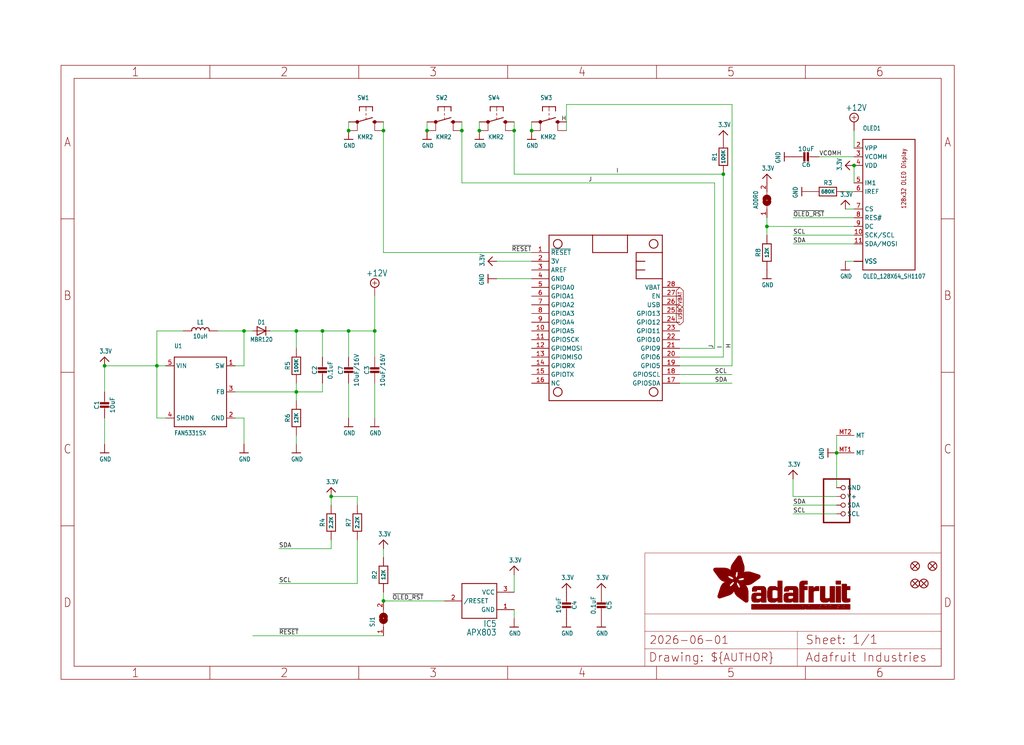
<source format=kicad_sch>
(kicad_sch (version 20231120) (generator "eeschema") (generator_version "8.0")
  (paper "User" 298.45 217.322)
  (lib_symbols
    (symbol "Adafruit 128x64 OLED FeatherWing-eagle-import:+12V" (power)
      (symbol "+12V_1_0"
        (pin power_in line (at 0 -2.54 90) (length 2.54) (name "+12V") (number "1"))
      )
    )
    (symbol "Adafruit 128x64 OLED FeatherWing-eagle-import:3.3V" (power)
      (symbol "3.3V_1_0"
        (pin power_in line (at 0 -2.54 90) (length 2.54) (name "3.3V") (number "1"))
      )
    )
    (symbol "Adafruit 128x64 OLED FeatherWing-eagle-import:AXP083-SAG"
      (property "Reference" "IC" (at -5.08 -7.62 0))
      (symbol "AXP083-SAG_1_0"
        (pin power_in line (at -10.16 -2.54 0) (length 5.08) (name "GND") (number "1"))
        (pin output line (at 10.16 0 180) (length 5.08) (name "/RESET") (number "2"))
        (pin power_in line (at -10.16 2.54 0) (length 5.08) (name "VCC") (number "3"))
      )
    )
    (symbol "Adafruit 128x64 OLED FeatherWing-eagle-import:CAP_CERAMIC0603_NO"
      (property "Reference" "C" (at -2.29 1.25 90))
      (symbol "CAP_CERAMIC0603_NO_1_0"
        (pin passive line (at 0 5.08 270) (length 2.54) (name "1") (number "1"))
        (pin passive line (at 0 -2.54 90) (length 2.54) (name "2") (number "2"))
      )
    )
    (symbol "Adafruit 128x64 OLED FeatherWing-eagle-import:CAP_CERAMIC0805-NOOUTLINE"
      (property "Reference" "C" (at -2.29 1.25 90))
      (symbol "CAP_CERAMIC0805-NOOUTLINE_1_0"
        (pin passive line (at 0 5.08 270) (length 2.54) (name "1") (number "1"))
        (pin passive line (at 0 -2.54 90) (length 2.54) (name "2") (number "2"))
      )
    )
    (symbol "Adafruit 128x64 OLED FeatherWing-eagle-import:DIODESOD-123"
      (property "Reference" "D" (at 0 2.54 0))
      (symbol "DIODESOD-123_1_0"
        (pin passive line (at -2.54 0 0) (length 2.54) (name "A") (number "A"))
        (pin passive line (at 2.54 0 180) (length 2.54) (name "C") (number "C"))
      )
    )
    (symbol "Adafruit 128x64 OLED FeatherWing-eagle-import:FEATHERWING_NODIM"
      (symbol "FEATHERWING_NODIM_1_0"
        (pin input line (at 5.08 -5.08 90) (length 5.08) (name "~{RESET}") (number "1"))
        (pin bidirectional line (at 27.94 -5.08 90) (length 5.08) (name "GPIOA5") (number "10"))
        (pin bidirectional line (at 30.48 -5.08 90) (length 5.08) (name "GPIOSCK") (number "11"))
        (pin bidirectional line (at 33.02 -5.08 90) (length 5.08) (name "GPIOMOSI") (number "12"))
        (pin bidirectional line (at 35.56 -5.08 90) (length 5.08) (name "GPIOMISO") (number "13"))
        (pin bidirectional line (at 38.1 -5.08 90) (length 5.08) (name "GPIORX") (number "14"))
        (pin bidirectional line (at 40.64 -5.08 90) (length 5.08) (name "GPIOTX") (number "15"))
        (pin passive line (at 43.18 -5.08 90) (length 5.08) (name "NC") (number "16"))
        (pin bidirectional line (at 43.18 38.1 270) (length 5.08) (name "GPIOSDA") (number "17"))
        (pin bidirectional line (at 40.64 38.1 270) (length 5.08) (name "GPIOSCL") (number "18"))
        (pin bidirectional line (at 38.1 38.1 270) (length 5.08) (name "GPIO5") (number "19"))
        (pin power_in line (at 7.62 -5.08 90) (length 5.08) (name "3V") (number "2"))
        (pin bidirectional line (at 35.56 38.1 270) (length 5.08) (name "GPIO6") (number "20"))
        (pin bidirectional line (at 33.02 38.1 270) (length 5.08) (name "GPIO9") (number "21"))
        (pin bidirectional line (at 30.48 38.1 270) (length 5.08) (name "GPIO10") (number "22"))
        (pin bidirectional line (at 27.94 38.1 270) (length 5.08) (name "GPIO11") (number "23"))
        (pin bidirectional line (at 25.4 38.1 270) (length 5.08) (name "GPIO12") (number "24"))
        (pin bidirectional line (at 22.86 38.1 270) (length 5.08) (name "GPIO13") (number "25"))
        (pin power_in line (at 20.32 38.1 270) (length 5.08) (name "USB") (number "26"))
        (pin passive line (at 17.78 38.1 270) (length 5.08) (name "EN") (number "27"))
        (pin power_in line (at 15.24 38.1 270) (length 5.08) (name "VBAT") (number "28"))
        (pin passive line (at 10.16 -5.08 90) (length 5.08) (name "AREF") (number "3"))
        (pin power_in line (at 12.7 -5.08 90) (length 5.08) (name "GND") (number "4"))
        (pin bidirectional line (at 15.24 -5.08 90) (length 5.08) (name "GPIOA0") (number "5"))
        (pin bidirectional line (at 17.78 -5.08 90) (length 5.08) (name "GPIOA1") (number "6"))
        (pin bidirectional line (at 20.32 -5.08 90) (length 5.08) (name "GPIOA2") (number "7"))
        (pin bidirectional line (at 22.86 -5.08 90) (length 5.08) (name "GPIOA3") (number "8"))
        (pin bidirectional line (at 25.4 -5.08 90) (length 5.08) (name "GPIOA4") (number "9"))
      )
    )
    (symbol "Adafruit 128x64 OLED FeatherWing-eagle-import:FIDUCIAL_1MM")
    (symbol "Adafruit 128x64 OLED FeatherWing-eagle-import:FRAME_A4_ADAFRUIT"
      (symbol "FRAME_A4_ADAFRUIT_1_0"
        (text "${#}/${##}" (at 230.505 10.16 0) (effects (font (size 2.54 2.54)) (justify left bottom)))
        (text "${AUTHOR}" (at 189.23 5.08 0) (effects (font (size 2.286 2.286)) (justify left bottom)))
        (text "${CURRENT_DATE}" (at 171.45 10.16 0) (effects (font (size 2.286 2.286)) (justify left bottom)))
        (text "${PROJECTNAME}" (at 171.45 15.24 0) (effects (font (size 2.54 2.54)) (justify left bottom)))
        (text "1" (at 21.6958 1.905 0) (effects (font (size 2.54 2.286))))
        (text "1" (at 21.6958 177.165 0) (effects (font (size 2.54 2.286))))
        (text "2" (at 65.0875 1.905 0) (effects (font (size 2.54 2.286))))
        (text "2" (at 65.0875 177.165 0) (effects (font (size 2.54 2.286))))
        (text "3" (at 108.4792 1.905 0) (effects (font (size 2.54 2.286))))
        (text "3" (at 108.4792 177.165 0) (effects (font (size 2.54 2.286))))
        (text "4" (at 151.8708 1.905 0) (effects (font (size 2.54 2.286))))
        (text "4" (at 151.8708 177.165 0) (effects (font (size 2.54 2.286))))
        (text "5" (at 195.2625 1.905 0) (effects (font (size 2.54 2.286))))
        (text "5" (at 195.2625 177.165 0) (effects (font (size 2.54 2.286))))
        (text "6" (at 238.6542 1.905 0) (effects (font (size 2.54 2.286))))
        (text "6" (at 238.6542 177.165 0) (effects (font (size 2.54 2.286))))
        (text "A" (at 1.905 156.6863 0) (effects (font (size 2.54 2.286))))
        (text "A" (at 258.445 156.6863 0) (effects (font (size 2.54 2.286))))
        (text "Adafruit Industries" (at 216.916 4.953 0) (effects (font (size 2.54 2.54)) (justify left bottom)))
        (text "B" (at 1.905 111.9188 0) (effects (font (size 2.54 2.286))))
        (text "B" (at 258.445 111.9188 0) (effects (font (size 2.54 2.286))))
        (text "C" (at 1.905 67.1513 0) (effects (font (size 2.54 2.286))))
        (text "C" (at 258.445 67.1513 0) (effects (font (size 2.54 2.286))))
        (text "D" (at 1.905 22.3838 0) (effects (font (size 2.54 2.286))))
        (text "D" (at 258.445 22.3838 0) (effects (font (size 2.54 2.286))))
        (text "Drawing:" (at 171.196 4.953 0) (effects (font (size 2.54 2.54)) (justify left bottom)))
        (text "Sheet:" (at 216.916 10.033 0) (effects (font (size 2.54 2.54)) (justify left bottom)))
      )
    )
    (symbol "Adafruit 128x64 OLED FeatherWing-eagle-import:GND" (power)
      (symbol "GND_1_0"
        (pin power_in line (at 0 2.54 270) (length 2.54) (name "GND") (number "1"))
      )
    )
    (symbol "Adafruit 128x64 OLED FeatherWing-eagle-import:INDUCTOR"
      (property "Reference" "L" (at 0 2.54 0))
      (symbol "INDUCTOR_1_0"
        (pin passive line (at -5.08 0 0) (length 2.54) (name "1") (number "P$1"))
        (pin passive line (at 5.08 0 180) (length 2.54) (name "2") (number "P$2"))
      )
    )
    (symbol "Adafruit 128x64 OLED FeatherWing-eagle-import:OLED_128X64_SH1107"
      (property "Reference" "OLED" (at -7.62 22.86 0))
      (symbol "OLED_128X64_SH1107_1_0"
        (text "128x32 OLED Display" (at 5.08 0 900) (effects (font (size 1.27 1.0795)) (justify left bottom)))
        (pin power_in line (at -10.16 -15.24 0) (length 2.54) (name "VSS") (number "1"))
        (pin input line (at -10.16 -7.62 0) (length 2.54) (name "SCK/SCL") (number "10"))
        (pin input line (at -10.16 -10.16 0) (length 2.54) (name "SDA/MOSI") (number "11"))
        (pin power_in line (at -10.16 -15.24 0) (length 2.54) (name "VSS") (number "12"))
        (pin power_in line (at -10.16 -15.24 0) (length 2.54) (name "VSS") (number "13"))
        (pin power_in line (at -10.16 17.78 0) (length 2.54) (name "VPP") (number "2"))
        (pin power_in line (at -10.16 15.24 0) (length 2.54) (name "VCOMH") (number "3"))
        (pin power_in line (at -10.16 12.7 0) (length 2.54) (name "VDD") (number "4"))
        (pin input line (at -10.16 7.62 0) (length 2.54) (name "IM1") (number "5"))
        (pin bidirectional line (at -10.16 5.08 0) (length 2.54) (name "IREF") (number "6"))
        (pin input line (at -10.16 0 0) (length 2.54) (name "CS") (number "7"))
        (pin input line (at -10.16 -2.54 0) (length 2.54) (name "RES#") (number "8"))
        (pin input line (at -10.16 -5.08 0) (length 2.54) (name "DC") (number "9"))
      )
    )
    (symbol "Adafruit 128x64 OLED FeatherWing-eagle-import:RESISTOR_0603_NOOUT"
      (property "Reference" "R" (at 0 2.54 0))
      (symbol "RESISTOR_0603_NOOUT_1_0"
        (pin passive line (at -5.08 0 0) (length 2.54) (name "1") (number "1"))
        (pin passive line (at 5.08 0 180) (length 2.54) (name "2") (number "2"))
      )
    )
    (symbol "Adafruit 128x64 OLED FeatherWing-eagle-import:SOLDERJUMPER"
      (property "Reference" "SJ" (at -2.54 2.54 0))
      (symbol "SOLDERJUMPER_1_0"
        (pin passive line (at -5.08 0 0) (length 2.54) (name "1") (number "1"))
        (pin passive line (at 5.08 0 180) (length 2.54) (name "2") (number "2"))
      )
    )
    (symbol "Adafruit 128x64 OLED FeatherWing-eagle-import:SOLDERJUMPERCLOSED"
      (property "Reference" "SJ" (at -2.54 2.54 0))
      (symbol "SOLDERJUMPERCLOSED_1_0"
        (pin passive line (at -5.08 0 0) (length 2.54) (name "1") (number "1"))
        (pin passive line (at 5.08 0 180) (length 2.54) (name "2") (number "2"))
      )
    )
    (symbol "Adafruit 128x64 OLED FeatherWing-eagle-import:STEMMA_I2C_QT"
      (symbol "STEMMA_I2C_QT_1_0"
        (pin passive inverted (at 0 5.08 0) (length 2.54) (name "GND") (number "1"))
        (pin passive inverted (at 0 2.54 0) (length 2.54) (name "V+") (number "2"))
        (pin passive inverted (at 0 0 0) (length 2.54) (name "SDA") (number "3"))
        (pin passive inverted (at 0 -2.54 0) (length 2.54) (name "SCL") (number "4"))
      )
      (symbol "STEMMA_I2C_QT_2_0"
        (pin bidirectional line (at 0 0 0) (length 5.08) (name "MT") (number "MT1"))
      )
      (symbol "STEMMA_I2C_QT_3_0"
        (pin bidirectional line (at 0 0 0) (length 5.08) (name "MT") (number "MT2"))
      )
    )
    (symbol "Adafruit 128x64 OLED FeatherWing-eagle-import:SWITCH_TACT_SMT4.6X2.8"
      (property "Reference" "SW" (at -2.54 6.35 0))
      (symbol "SWITCH_TACT_SMT4.6X2.8_1_0"
        (pin passive line (at -5.08 0 0) (length 2.54) (name "P") (number "A"))
        (pin passive line (at -5.08 -2.54 0) (length 2.54) (name "P1") (number "A'"))
        (pin passive line (at 5.08 0 180) (length 2.54) (name "S") (number "B"))
        (pin passive line (at 5.08 -2.54 180) (length 2.54) (name "S1") (number "B'"))
      )
    )
    (symbol "Adafruit 128x64 OLED FeatherWing-eagle-import:VREG_FAN5331"
      (property "Reference" "U" (at -7.62 12.7 0))
      (symbol "VREG_FAN5331_1_0"
        (pin bidirectional line (at 10.16 7.62 180) (length 2.54) (name "SW") (number "1"))
        (pin bidirectional line (at 10.16 -7.62 180) (length 2.54) (name "GND") (number "2"))
        (pin bidirectional line (at 10.16 0 180) (length 2.54) (name "FB") (number "3"))
        (pin bidirectional line (at -10.16 -7.62 0) (length 2.54) (name "SHDN") (number "4"))
        (pin bidirectional line (at -10.16 7.62 0) (length 2.54) (name "VIN") (number "5"))
      )
    )
  )
  (junction (at 223.52 66.04))
  (junction (at 93.98 96.52))
  (junction (at 124.46 38.1))
  (junction (at 86.36 114.3))
  (junction (at 45.72 106.68))
  (junction (at 139.7 38.1))
  (junction (at 243.84 132.08))
  (junction (at 111.76 175.26))
  (junction (at 149.86 38.1))
  (junction (at 86.36 96.52))
  (junction (at 71.12 96.52))
  (junction (at 111.76 38.1))
  (junction (at 101.6 38.1))
  (junction (at 30.48 106.68))
  (junction (at 101.6 96.52))
  (junction (at 96.52 144.78))
  (junction (at 134.62 38.1))
  (junction (at 210.82 50.8))
  (junction (at 248.92 48.26))
  (junction (at 109.22 96.52))
  (junction (at 154.94 38.1))
  (wire (pts (xy 104.14 147.32) (xy 104.14 144.78)) (stroke (width 0.1524)))
  (wire (pts (xy 45.72 106.68) (xy 45.72 96.52)) (stroke (width 0.1524)))
  (wire (pts (xy 111.76 175.26) (xy 111.76 172.72)) (stroke (width 0.1524)))
  (wire (pts (xy 86.36 114.3) (xy 93.98 114.3)) (stroke (width 0.1524)))
  (wire (pts (xy 96.52 147.32) (xy 96.52 144.78)) (stroke (width 0.1524)))
  (wire (pts (xy 111.76 38.1) (xy 111.76 73.66)) (stroke (width 0.1524)))
  (wire (pts (xy 111.76 162.56) (xy 111.76 160.02)) (stroke (width 0.1524)))
  (wire (pts (xy 101.6 96.52) (xy 101.6 104.14)) (stroke (width 0.1524)))
  (wire (pts (xy 149.86 172.72) (xy 149.86 167.64)) (stroke (width 0.1524)))
  (wire (pts (xy 243.84 132.08) (xy 243.84 142.24)) (stroke (width 0.1524)))
  (wire (pts (xy 231.14 144.78) (xy 231.14 139.7)) (stroke (width 0.1524)))
  (wire (pts (xy 231.14 63.5) (xy 248.92 63.5)) (stroke (width 0.1524)))
  (wire (pts (xy 101.6 96.52) (xy 109.22 96.52)) (stroke (width 0.1524)))
  (wire (pts (xy 144.78 76.2) (xy 154.94 76.2)) (stroke (width 0.1524)))
  (wire (pts (xy 134.62 53.34) (xy 208.28 53.34)) (stroke (width 0.1524)))
  (wire (pts (xy 86.36 96.52) (xy 86.36 101.6)) (stroke (width 0.1524)))
  (wire (pts (xy 198.12 104.14) (xy 210.82 104.14)) (stroke (width 0.1524)))
  (wire (pts (xy 198.12 106.68) (xy 213.36 106.68)) (stroke (width 0.1524)))
  (wire (pts (xy 109.22 96.52) (xy 109.22 104.14)) (stroke (width 0.1524)))
  (wire (pts (xy 101.6 35.56) (xy 101.6 38.1)) (stroke (width 0.1524)))
  (wire (pts (xy 124.46 35.56) (xy 124.46 38.1)) (stroke (width 0.1524)))
  (wire (pts (xy 134.62 38.1) (xy 134.62 53.34)) (stroke (width 0.1524)))
  (wire (pts (xy 208.28 53.34) (xy 208.28 101.6)) (stroke (width 0.1524)))
  (wire (pts (xy 93.98 96.52) (xy 101.6 96.52)) (stroke (width 0.1524)))
  (wire (pts (xy 93.98 114.3) (xy 93.98 111.76)) (stroke (width 0.1524)))
  (wire (pts (xy 63.5 96.52) (xy 71.12 96.52)) (stroke (width 0.1524)))
  (wire (pts (xy 96.52 160.02) (xy 96.52 157.48)) (stroke (width 0.1524)))
  (wire (pts (xy 213.36 30.48) (xy 213.36 106.68)) (stroke (width 0.1524)))
  (wire (pts (xy 86.36 127) (xy 86.36 129.54)) (stroke (width 0.1524)))
  (wire (pts (xy 45.72 106.68) (xy 30.48 106.68)) (stroke (width 0.1524)))
  (wire (pts (xy 86.36 96.52) (xy 93.98 96.52)) (stroke (width 0.1524)))
  (wire (pts (xy 243.84 147.32) (xy 231.14 147.32)) (stroke (width 0.1524)))
  (wire (pts (xy 248.92 48.26) (xy 248.92 53.34)) (stroke (width 0.1524)))
  (wire (pts (xy 93.98 104.14) (xy 93.98 96.52)) (stroke (width 0.1524)))
  (wire (pts (xy 134.62 35.56) (xy 134.62 38.1)) (stroke (width 0.1524)))
  (wire (pts (xy 165.1 30.48) (xy 213.36 30.48)) (stroke (width 0.1524)))
  (wire (pts (xy 86.36 116.84) (xy 86.36 114.3)) (stroke (width 0.1524)))
  (wire (pts (xy 71.12 121.92) (xy 71.12 129.54)) (stroke (width 0.1524)))
  (wire (pts (xy 139.7 35.56) (xy 139.7 38.1)) (stroke (width 0.1524)))
  (wire (pts (xy 149.86 35.56) (xy 149.86 38.1)) (stroke (width 0.1524)))
  (wire (pts (xy 111.76 73.66) (xy 154.94 73.66)) (stroke (width 0.1524)))
  (wire (pts (xy 104.14 144.78) (xy 96.52 144.78)) (stroke (width 0.1524)))
  (wire (pts (xy 104.14 157.48) (xy 104.14 170.18)) (stroke (width 0.1524)))
  (wire (pts (xy 246.38 76.2) (xy 248.92 76.2)) (stroke (width 0.1524)))
  (wire (pts (xy 210.82 50.8) (xy 210.82 104.14)) (stroke (width 0.1524)))
  (wire (pts (xy 71.12 96.52) (xy 73.66 96.52)) (stroke (width 0.1524)))
  (wire (pts (xy 231.14 68.58) (xy 248.92 68.58)) (stroke (width 0.1524)))
  (wire (pts (xy 30.48 106.68) (xy 30.48 114.3)) (stroke (width 0.1524)))
  (wire (pts (xy 86.36 114.3) (xy 86.36 111.76)) (stroke (width 0.1524)))
  (wire (pts (xy 198.12 111.76) (xy 213.36 111.76)) (stroke (width 0.1524)))
  (wire (pts (xy 104.14 170.18) (xy 81.28 170.18)) (stroke (width 0.1524)))
  (wire (pts (xy 48.26 121.92) (xy 45.72 121.92)) (stroke (width 0.1524)))
  (wire (pts (xy 129.54 175.26) (xy 111.76 175.26)) (stroke (width 0.1524)))
  (wire (pts (xy 243.84 144.78) (xy 231.14 144.78)) (stroke (width 0.1524)))
  (wire (pts (xy 30.48 121.92) (xy 30.48 129.54)) (stroke (width 0.1524)))
  (wire (pts (xy 246.38 55.88) (xy 248.92 55.88)) (stroke (width 0.1524)))
  (wire (pts (xy 238.76 45.72) (xy 248.92 45.72)) (stroke (width 0.1524)))
  (wire (pts (xy 149.86 38.1) (xy 149.86 50.8)) (stroke (width 0.1524)))
  (wire (pts (xy 101.6 121.92) (xy 101.6 111.76)) (stroke (width 0.1524)))
  (wire (pts (xy 71.12 106.68) (xy 68.58 106.68)) (stroke (width 0.1524)))
  (wire (pts (xy 223.52 66.04) (xy 223.52 68.58)) (stroke (width 0.1524)))
  (wire (pts (xy 165.1 30.48) (xy 165.1 38.1)) (stroke (width 0.1524)))
  (wire (pts (xy 248.92 71.12) (xy 231.14 71.12)) (stroke (width 0.1524)))
  (wire (pts (xy 198.12 109.22) (xy 213.36 109.22)) (stroke (width 0.1524)))
  (wire (pts (xy 68.58 114.3) (xy 86.36 114.3)) (stroke (width 0.1524)))
  (wire (pts (xy 149.86 50.8) (xy 210.82 50.8)) (stroke (width 0.1524)))
  (wire (pts (xy 68.58 121.92) (xy 71.12 121.92)) (stroke (width 0.1524)))
  (wire (pts (xy 223.52 63.5) (xy 223.52 66.04)) (stroke (width 0.1524)))
  (wire (pts (xy 154.94 35.56) (xy 154.94 38.1)) (stroke (width 0.1524)))
  (wire (pts (xy 78.74 96.52) (xy 86.36 96.52)) (stroke (width 0.1524)))
  (wire (pts (xy 231.14 149.86) (xy 243.84 149.86)) (stroke (width 0.1524)))
  (wire (pts (xy 246.38 60.96) (xy 248.92 60.96)) (stroke (width 0.1524)))
  (wire (pts (xy 198.12 101.6) (xy 208.28 101.6)) (stroke (width 0.1524)))
  (wire (pts (xy 109.22 96.52) (xy 109.22 86.36)) (stroke (width 0.1524)))
  (wire (pts (xy 248.92 38.1) (xy 248.92 43.18)) (stroke (width 0.1524)))
  (wire (pts (xy 45.72 96.52) (xy 53.34 96.52)) (stroke (width 0.1524)))
  (wire (pts (xy 111.76 185.42) (xy 73.66 185.42)) (stroke (width 0.1524)))
  (wire (pts (xy 71.12 96.52) (xy 71.12 106.68)) (stroke (width 0.1524)))
  (wire (pts (xy 45.72 121.92) (xy 45.72 106.68)) (stroke (width 0.1524)))
  (wire (pts (xy 96.52 160.02) (xy 81.28 160.02)) (stroke (width 0.1524)))
  (wire (pts (xy 223.52 66.04) (xy 248.92 66.04)) (stroke (width 0.1524)))
  (wire (pts (xy 144.78 81.28) (xy 154.94 81.28)) (stroke (width 0.1524)))
  (wire (pts (xy 149.86 177.8) (xy 149.86 180.34)) (stroke (width 0.1524)))
  (wire (pts (xy 243.84 127) (xy 243.84 132.08)) (stroke (width 0.1524)))
  (wire (pts (xy 111.76 35.56) (xy 111.76 38.1)) (stroke (width 0.1524)))
  (wire (pts (xy 48.26 106.68) (xy 45.72 106.68)) (stroke (width 0.1524)))
  (wire (pts (xy 109.22 111.76) (xy 109.22 121.92)) (stroke (width 0.1524)))
  (label "~{RESET}" (at 81.28 185.42 0) (effects (font (size 1.2446 1.2446))))
  (label "H" (at 165.1 35.56 180) (effects (font (size 1.2446 1.2446))))
  (label "SCL" (at 81.28 170.18 0) (effects (font (size 1.2446 1.2446))))
  (label "I" (at 210.82 101.6 90) (effects (font (size 1.2446 1.2446))))
  (label "SCL" (at 231.14 149.86 0) (effects (font (size 1.2446 1.2446))))
  (label "SDA" (at 231.14 147.32 0) (effects (font (size 1.2446 1.2446))))
  (label "SCL" (at 231.14 68.58 0) (effects (font (size 1.2446 1.2446))))
  (label "SCL" (at 208.28 109.22 0) (effects (font (size 1.2446 1.2446))))
  (label "~{RESET}" (at 154.94 73.66 180) (effects (font (size 1.2446 1.2446))))
  (label "I" (at 180.34 50.8 180) (effects (font (size 1.2446 1.2446))))
  (label "~{OLED_RST}" (at 114.3 175.26 0) (effects (font (size 1.2446 1.2446))))
  (label "SDA" (at 81.28 160.02 0) (effects (font (size 1.2446 1.2446))))
  (label "H" (at 213.36 101.6 90) (effects (font (size 1.2446 1.2446))))
  (label "SDA" (at 231.14 71.12 0) (effects (font (size 1.2446 1.2446))))
  (label "~{OLED_RST}" (at 231.14 63.5 0) (effects (font (size 1.2446 1.2446))))
  (label "J" (at 208.28 101.6 90) (effects (font (size 1.2446 1.2446))))
  (label "VCOMH" (at 238.76 45.72 0) (effects (font (size 1.2446 1.2446))))
  (label "SDA" (at 208.28 111.76 0) (effects (font (size 1.2446 1.2446))))
  (label "J" (at 171.45 53.34 0) (effects (font (size 1.2446 1.2446))))
  (global_label "VBAT" (shape bidirectional) (at 198.12 83.82 270) (effects (font (size 1.016 1.016))) (property "Intersheetrefs" "${INTERSHEET_REFS}" (effects (hide yes))))
  (global_label "USB" (shape bidirectional) (at 198.12 88.9 270) (effects (font (size 1.016 1.016))) (property "Intersheetrefs" "${INTERSHEET_REFS}" (effects (hide yes))))
  (symbol (lib_id "Adafruit 128x64 OLED FeatherWing-eagle-import:CAP_CERAMIC0805-NOOUTLINE") (at 101.6 109.22 0) (unit 1)
    (property "Reference" "C7" (at 99.31 107.97 90))
    (property "Value" "10uF/16V" (at 103.9 107.97 90))
    (property "Footprint" "Adafruit 128x64 OLED FeatherWing:0805-NO" (effects (hide yes)))
  )
  (symbol (lib_id "Adafruit 128x64 OLED FeatherWing-eagle-import:VREG_FAN5331") (at 58.42 114.3 0) (unit 1)
    (property "Reference" "U1" (at 50.8 101.6 0) (effects (font (size 1.27 1.0795)) (justify left bottom)))
    (property "Value" "FAN5331SX" (at 50.8 127 0) (effects (font (size 1.27 1.0795)) (justify left bottom)))
    (property "Footprint" "Adafruit 128x64 OLED FeatherWing:SOT23-5" (effects (hide yes)))
  )
  (symbol (lib_id "Adafruit 128x64 OLED FeatherWing-eagle-import:GND") (at 175.26 182.88 0) (unit 1)
    (property "Reference" "#U$34" (effects (hide yes)))
    (property "Value" "GND" (at 173.736 185.42 0) (effects (font (size 1.27 1.0795)) (justify left bottom)))
  )
  (symbol (lib_id "Adafruit 128x64 OLED FeatherWing-eagle-import:GND") (at 228.6 45.72 270) (unit 1)
    (property "Reference" "#U$20" (effects (hide yes)))
    (property "Value" "GND" (at 226.06 44.196 0) (effects (font (size 1.27 1.0795)) (justify left bottom)))
  )
  (symbol (lib_id "Adafruit 128x64 OLED FeatherWing-eagle-import:RESISTOR_0603_NOOUT") (at 104.14 152.4 90) (unit 1)
    (property "Reference" "R7" (at 101.6 152.4 0))
    (property "Value" "2.2K" (at 104.14 152.4 0) (effects (font (size 1.016 1.016) (bold yes))))
    (property "Footprint" "Adafruit 128x64 OLED FeatherWing:0603-NO" (effects (hide yes)))
  )
  (symbol (lib_id "Adafruit 128x64 OLED FeatherWing-eagle-import:3.3V") (at 165.1 170.18 0) (unit 1)
    (property "Reference" "#U$22" (effects (hide yes)))
    (property "Value" "3.3V" (at 163.576 169.164 0) (effects (font (size 1.27 1.0795)) (justify left bottom)))
  )
  (symbol (lib_id "Adafruit 128x64 OLED FeatherWing-eagle-import:3.3V") (at 149.86 165.1 0) (unit 1)
    (property "Reference" "#U$31" (effects (hide yes)))
    (property "Value" "3.3V" (at 148.336 164.084 0) (effects (font (size 1.27 1.0795)) (justify left bottom)))
  )
  (symbol (lib_id "Adafruit 128x64 OLED FeatherWing-eagle-import:+12V") (at 109.22 83.82 0) (unit 1)
    (property "Reference" "#SUPPLY2" (effects (hide yes)))
    (property "Value" "+12V" (at 106.68 80.645 0) (effects (font (size 1.778 1.5113)) (justify left bottom)))
  )
  (symbol (lib_id "Adafruit 128x64 OLED FeatherWing-eagle-import:FIDUCIAL_1MM") (at 266.7 165.1 0) (unit 1)
    (property "Reference" "FID2" (effects (hide yes)))
    (property "Value" "FIDUCIAL_1MM" (effects (hide yes)))
    (property "Footprint" "Adafruit 128x64 OLED FeatherWing:FIDUCIAL_1MM" (effects (hide yes)))
  )
  (symbol (lib_id "Adafruit 128x64 OLED FeatherWing-eagle-import:GND") (at 139.7 40.64 0) (unit 1)
    (property "Reference" "#U$11" (effects (hide yes)))
    (property "Value" "GND" (at 138.176 43.18 0) (effects (font (size 1.27 1.0795)) (justify left bottom)))
  )
  (symbol (lib_id "Adafruit 128x64 OLED FeatherWing-eagle-import:GND") (at 165.1 182.88 0) (unit 1)
    (property "Reference" "#U$23" (effects (hide yes)))
    (property "Value" "GND" (at 163.576 185.42 0) (effects (font (size 1.27 1.0795)) (justify left bottom)))
  )
  (symbol (lib_id "Adafruit 128x64 OLED FeatherWing-eagle-import:AXP083-SAG") (at 139.7 175.26 0) (mirror y) (unit 1)
    (property "Reference" "IC5" (at 144.78 182.88 0) (effects (font (size 1.778 1.5113)) (justify left bottom)))
    (property "Value" "APX803" (at 144.78 185.42 0) (effects (font (size 1.778 1.5113)) (justify left bottom)))
    (property "Footprint" "Adafruit 128x64 OLED FeatherWing:SOT23" (effects (hide yes)))
  )
  (symbol (lib_id "Adafruit 128x64 OLED FeatherWing-eagle-import:STEMMA_I2C_QT") (at 243.84 147.32 0) (unit 1)
    (property "Reference" "CONN1" (effects (hide yes)))
    (property "Value" "STEMMA_I2C_QT" (effects (hide yes)))
    (property "Footprint" "Adafruit 128x64 OLED FeatherWing:JST_SH4" (effects (hide yes)))
  )
  (symbol (lib_id "Adafruit 128x64 OLED FeatherWing-eagle-import:STEMMA_I2C_QT") (at 243.84 127 0) (unit 3)
    (property "Reference" "CONN1" (effects (hide yes)))
    (property "Value" "STEMMA_I2C_QT" (effects (hide yes)))
    (property "Footprint" "Adafruit 128x64 OLED FeatherWing:JST_SH4" (effects (hide yes)))
  )
  (symbol (lib_id "Adafruit 128x64 OLED FeatherWing-eagle-import:RESISTOR_0603_NOOUT") (at 96.52 152.4 90) (unit 1)
    (property "Reference" "R4" (at 93.98 152.4 0))
    (property "Value" "2.2K" (at 96.52 152.4 0) (effects (font (size 1.016 1.016) (bold yes))))
    (property "Footprint" "Adafruit 128x64 OLED FeatherWing:0603-NO" (effects (hide yes)))
  )
  (symbol (lib_id "Adafruit 128x64 OLED FeatherWing-eagle-import:3.3V") (at 210.82 38.1 0) (unit 1)
    (property "Reference" "#U$3" (effects (hide yes)))
    (property "Value" "3.3V" (at 209.296 37.084 0) (effects (font (size 1.27 1.0795)) (justify left bottom)))
  )
  (symbol (lib_id "Adafruit 128x64 OLED FeatherWing-eagle-import:GND") (at 241.3 132.08 270) (unit 1)
    (property "Reference" "#U$29" (effects (hide yes)))
    (property "Value" "GND" (at 238.76 130.556 0) (effects (font (size 1.27 1.0795)) (justify left bottom)))
  )
  (symbol (lib_id "Adafruit 128x64 OLED FeatherWing-eagle-import:OLED_128X64_SH1107") (at 259.08 60.96 0) (unit 1)
    (property "Reference" "OLED1" (at 251.46 38.1 0) (effects (font (size 1.27 1.0795)) (justify left bottom)))
    (property "Value" "OLED_128X64_SH1107" (at 251.46 81.28 0) (effects (font (size 1.27 1.0795)) (justify left bottom)))
    (property "Footprint" "Adafruit 128x64 OLED FeatherWing:QT1107P11A" (effects (hide yes)))
  )
  (symbol (lib_id "Adafruit 128x64 OLED FeatherWing-eagle-import:RESISTOR_0603_NOOUT") (at 241.3 55.88 0) (unit 1)
    (property "Reference" "R3" (at 241.3 53.34 0))
    (property "Value" "680K" (at 241.3 55.88 0) (effects (font (size 1.016 1.016) (bold yes))))
    (property "Footprint" "Adafruit 128x64 OLED FeatherWing:0603-NO" (effects (hide yes)))
  )
  (symbol (lib_id "Adafruit 128x64 OLED FeatherWing-eagle-import:GND") (at 101.6 124.46 0) (unit 1)
    (property "Reference" "#U$27" (effects (hide yes)))
    (property "Value" "GND" (at 100.076 127 0) (effects (font (size 1.27 1.0795)) (justify left bottom)))
  )
  (symbol (lib_id "Adafruit 128x64 OLED FeatherWing-eagle-import:GND") (at 154.94 40.64 0) (unit 1)
    (property "Reference" "#U$12" (effects (hide yes)))
    (property "Value" "GND" (at 153.416 43.18 0) (effects (font (size 1.27 1.0795)) (justify left bottom)))
  )
  (symbol (lib_id "Adafruit 128x64 OLED FeatherWing-eagle-import:SOLDERJUMPER") (at 223.52 58.42 90) (unit 1)
    (property "Reference" "ADDR0" (at 220.98 60.96 0) (effects (font (size 1.27 1.0795)) (justify left bottom)))
    (property "Value" "SOLDERJUMPER" (effects (hide yes)))
    (property "Footprint" "Adafruit 128x64 OLED FeatherWing:SOLDERJUMPER_ARROW_NOPASTE" (effects (hide yes)))
  )
  (symbol (lib_id "Adafruit 128x64 OLED FeatherWing-eagle-import:GND") (at 142.24 81.28 270) (unit 1)
    (property "Reference" "#U$7" (effects (hide yes)))
    (property "Value" "GND" (at 139.7 79.756 0) (effects (font (size 1.27 1.0795)) (justify left bottom)))
  )
  (symbol (lib_id "Adafruit 128x64 OLED FeatherWing-eagle-import:3.3V") (at 175.26 170.18 0) (unit 1)
    (property "Reference" "#U$33" (effects (hide yes)))
    (property "Value" "3.3V" (at 173.736 169.164 0) (effects (font (size 1.27 1.0795)) (justify left bottom)))
  )
  (symbol (lib_id "Adafruit 128x64 OLED FeatherWing-eagle-import:3.3V") (at 96.52 142.24 0) (unit 1)
    (property "Reference" "#U$13" (effects (hide yes)))
    (property "Value" "3.3V" (at 94.996 141.224 0) (effects (font (size 1.27 1.0795)) (justify left bottom)))
  )
  (symbol (lib_id "Adafruit 128x64 OLED FeatherWing-eagle-import:RESISTOR_0603_NOOUT") (at 210.82 45.72 90) (unit 1)
    (property "Reference" "R1" (at 208.28 45.72 0))
    (property "Value" "100K" (at 210.82 45.72 0) (effects (font (size 1.016 1.016) (bold yes))))
    (property "Footprint" "Adafruit 128x64 OLED FeatherWing:0603-NO" (effects (hide yes)))
  )
  (symbol (lib_id "Adafruit 128x64 OLED FeatherWing-eagle-import:3.3V") (at 30.48 104.14 0) (unit 1)
    (property "Reference" "#U$28" (effects (hide yes)))
    (property "Value" "3.3V" (at 28.956 103.124 0) (effects (font (size 1.27 1.0795)) (justify left bottom)))
  )
  (symbol (lib_id "Adafruit 128x64 OLED FeatherWing-eagle-import:RESISTOR_0603_NOOUT") (at 86.36 121.92 90) (unit 1)
    (property "Reference" "R6" (at 83.82 121.92 0))
    (property "Value" "12K" (at 86.36 121.92 0) (effects (font (size 1.016 1.016) (bold yes))))
    (property "Footprint" "Adafruit 128x64 OLED FeatherWing:0603-NO" (effects (hide yes)))
  )
  (symbol (lib_id "Adafruit 128x64 OLED FeatherWing-eagle-import:FRAME_A4_ADAFRUIT") (at 17.78 198.12 0) (unit 1)
    (property "Reference" "#U$1" (effects (hide yes)))
    (property "Value" "FRAME_A4_ADAFRUIT" (effects (hide yes)))
  )
  (symbol (lib_id "Adafruit 128x64 OLED FeatherWing-eagle-import:3.3V") (at 231.14 137.16 0) (unit 1)
    (property "Reference" "#U$4" (effects (hide yes)))
    (property "Value" "3.3V" (at 229.616 136.144 0) (effects (font (size 1.27 1.0795)) (justify left bottom)))
  )
  (symbol (lib_id "Adafruit 128x64 OLED FeatherWing-eagle-import:FIDUCIAL_1MM") (at 266.7 170.18 0) (unit 1)
    (property "Reference" "FID3" (effects (hide yes)))
    (property "Value" "FIDUCIAL_1MM" (effects (hide yes)))
    (property "Footprint" "Adafruit 128x64 OLED FeatherWing:FIDUCIAL_1MM" (effects (hide yes)))
  )
  (symbol (lib_id "Adafruit 128x64 OLED FeatherWing-eagle-import:3.3V") (at 246.38 48.26 90) (unit 1)
    (property "Reference" "#U$15" (effects (hide yes)))
    (property "Value" "3.3V" (at 245.364 49.784 0) (effects (font (size 1.27 1.0795)) (justify left bottom)))
  )
  (symbol (lib_id "Adafruit 128x64 OLED FeatherWing-eagle-import:CAP_CERAMIC0805-NOOUTLINE") (at 109.22 109.22 0) (unit 1)
    (property "Reference" "C3" (at 106.93 107.97 90))
    (property "Value" "10uF/16V" (at 111.52 107.97 90))
    (property "Footprint" "Adafruit 128x64 OLED FeatherWing:0805-NO" (effects (hide yes)))
  )
  (symbol (lib_id "Adafruit 128x64 OLED FeatherWing-eagle-import:3.3V") (at 142.24 76.2 90) (unit 1)
    (property "Reference" "#U$6" (effects (hide yes)))
    (property "Value" "3.3V" (at 141.224 77.724 0) (effects (font (size 1.27 1.0795)) (justify left bottom)))
  )
  (symbol (lib_id "Adafruit 128x64 OLED FeatherWing-eagle-import:SWITCH_TACT_SMT4.6X2.8") (at 106.68 35.56 0) (unit 1)
    (property "Reference" "SW1" (at 104.14 29.21 0) (effects (font (size 1.27 1.0795)) (justify left bottom)))
    (property "Value" "KMR2" (at 104.14 40.64 0) (effects (font (size 1.27 1.0795)) (justify left bottom)))
    (property "Footprint" "Adafruit 128x64 OLED FeatherWing:BTN_KMR2_4.6X2.8" (effects (hide yes)))
  )
  (symbol (lib_id "Adafruit 128x64 OLED FeatherWing-eagle-import:GND") (at 223.52 81.28 0) (unit 1)
    (property "Reference" "#U$32" (effects (hide yes)))
    (property "Value" "GND" (at 221.996 83.82 0) (effects (font (size 1.27 1.0795)) (justify left bottom)))
  )
  (symbol (lib_id "Adafruit 128x64 OLED FeatherWing-eagle-import:GND") (at 109.22 124.46 0) (unit 1)
    (property "Reference" "#U$26" (effects (hide yes)))
    (property "Value" "GND" (at 107.696 127 0) (effects (font (size 1.27 1.0795)) (justify left bottom)))
  )
  (symbol (lib_id "Adafruit 128x64 OLED FeatherWing-eagle-import:3.3V") (at 223.52 50.8 0) (unit 1)
    (property "Reference" "#U$30" (effects (hide yes)))
    (property "Value" "3.3V" (at 221.996 49.784 0) (effects (font (size 1.27 1.0795)) (justify left bottom)))
  )
  (symbol (lib_id "Adafruit 128x64 OLED FeatherWing-eagle-import:3.3V") (at 246.38 58.42 0) (unit 1)
    (property "Reference" "#U$2" (effects (hide yes)))
    (property "Value" "3.3V" (at 244.856 57.404 0) (effects (font (size 1.27 1.0795)) (justify left bottom)))
  )
  (symbol (lib_id "Adafruit 128x64 OLED FeatherWing-eagle-import:CAP_CERAMIC0603_NO") (at 175.26 175.26 180) (unit 1)
    (property "Reference" "C5" (at 177.55 176.51 90))
    (property "Value" "0.1uF" (at 172.96 176.51 90))
    (property "Footprint" "Adafruit 128x64 OLED FeatherWing:0603-NO" (effects (hide yes)))
  )
  (symbol (lib_id "Adafruit 128x64 OLED FeatherWing-eagle-import:GND") (at 233.68 55.88 270) (unit 1)
    (property "Reference" "#U$19" (effects (hide yes)))
    (property "Value" "GND" (at 231.14 54.356 0) (effects (font (size 1.27 1.0795)) (justify left bottom)))
  )
  (symbol (lib_id "Adafruit 128x64 OLED FeatherWing-eagle-import:RESISTOR_0603_NOOUT") (at 223.52 73.66 90) (unit 1)
    (property "Reference" "R8" (at 220.98 73.66 0))
    (property "Value" "12K" (at 223.52 73.66 0) (effects (font (size 1.016 1.016) (bold yes))))
    (property "Footprint" "Adafruit 128x64 OLED FeatherWing:0603-NO" (effects (hide yes)))
  )
  (symbol (lib_id "Adafruit 128x64 OLED FeatherWing-eagle-import:SWITCH_TACT_SMT4.6X2.8") (at 144.78 35.56 0) (unit 1)
    (property "Reference" "SW4" (at 142.24 29.21 0) (effects (font (size 1.27 1.0795)) (justify left bottom)))
    (property "Value" "KMR2" (at 142.24 40.64 0) (effects (font (size 1.27 1.0795)) (justify left bottom)))
    (property "Footprint" "Adafruit 128x64 OLED FeatherWing:BTN_KMR2_4.6X2.8" (effects (hide yes)))
  )
  (symbol (lib_id "Adafruit 128x64 OLED FeatherWing-eagle-import:+12V") (at 248.92 35.56 0) (unit 1)
    (property "Reference" "#SUPPLY1" (effects (hide yes)))
    (property "Value" "+12V" (at 246.38 32.385 0) (effects (font (size 1.778 1.5113)) (justify left bottom)))
  )
  (symbol (lib_id "Adafruit 128x64 OLED FeatherWing-eagle-import:FEATHERWING_NODIM") (at 160.02 68.58 270) (unit 1)
    (property "Reference" "MS1" (effects (hide yes)))
    (property "Value" "FEATHERWING_NODIM" (effects (hide yes)))
    (property "Footprint" "Adafruit 128x64 OLED FeatherWing:FEATHERWING_NODIM" (effects (hide yes)))
  )
  (symbol (lib_id "Adafruit 128x64 OLED FeatherWing-eagle-import:CAP_CERAMIC0603_NO") (at 93.98 109.22 0) (unit 1)
    (property "Reference" "C2" (at 91.69 107.97 90))
    (property "Value" "0.1uF" (at 96.28 107.97 90))
    (property "Footprint" "Adafruit 128x64 OLED FeatherWing:0603-NO" (effects (hide yes)))
  )
  (symbol (lib_id "Adafruit 128x64 OLED FeatherWing-eagle-import:GND") (at 71.12 132.08 0) (unit 1)
    (property "Reference" "#U$25" (effects (hide yes)))
    (property "Value" "GND" (at 69.596 134.62 0) (effects (font (size 1.27 1.0795)) (justify left bottom)))
  )
  (symbol (lib_id "Adafruit 128x64 OLED FeatherWing-eagle-import:GND") (at 246.38 78.74 0) (unit 1)
    (property "Reference" "#U$18" (effects (hide yes)))
    (property "Value" "GND" (at 244.856 81.28 0) (effects (font (size 1.27 1.0795)) (justify left bottom)))
  )
  (symbol (lib_id "Adafruit 128x64 OLED FeatherWing-eagle-import:GND") (at 101.6 40.64 0) (unit 1)
    (property "Reference" "#U$9" (effects (hide yes)))
    (property "Value" "GND" (at 100.076 43.18 0) (effects (font (size 1.27 1.0795)) (justify left bottom)))
  )
  (symbol (lib_id "Adafruit 128x64 OLED FeatherWing-eagle-import:GND") (at 149.86 182.88 0) (unit 1)
    (property "Reference" "#U$17" (effects (hide yes)))
    (property "Value" "GND" (at 148.336 185.42 0) (effects (font (size 1.27 1.0795)) (justify left bottom)))
  )
  (symbol (lib_id "Adafruit 128x64 OLED FeatherWing-eagle-import:DIODESOD-123") (at 76.2 96.52 0) (unit 1)
    (property "Reference" "D1" (at 76.2 93.98 0) (effects (font (size 1.27 1.0795))))
    (property "Value" "MBR120" (at 76.2 99.02 0) (effects (font (size 1.27 1.0795))))
    (property "Footprint" "Adafruit 128x64 OLED FeatherWing:SOD-123" (effects (hide yes)))
  )
  (symbol (lib_id "Adafruit 128x64 OLED FeatherWing-eagle-import:FIDUCIAL_1MM") (at 271.78 165.1 0) (unit 1)
    (property "Reference" "FID1" (effects (hide yes)))
    (property "Value" "FIDUCIAL_1MM" (effects (hide yes)))
    (property "Footprint" "Adafruit 128x64 OLED FeatherWing:FIDUCIAL_1MM" (effects (hide yes)))
  )
  (symbol (lib_id "Adafruit 128x64 OLED FeatherWing-eagle-import:GND") (at 30.48 132.08 0) (unit 1)
    (property "Reference" "#U$24" (effects (hide yes)))
    (property "Value" "GND" (at 28.956 134.62 0) (effects (font (size 1.27 1.0795)) (justify left bottom)))
  )
  (symbol (lib_id "Adafruit 128x64 OLED FeatherWing-eagle-import:SWITCH_TACT_SMT4.6X2.8") (at 129.54 35.56 0) (unit 1)
    (property "Reference" "SW2" (at 127 29.21 0) (effects (font (size 1.27 1.0795)) (justify left bottom)))
    (property "Value" "KMR2" (at 127 40.64 0) (effects (font (size 1.27 1.0795)) (justify left bottom)))
    (property "Footprint" "Adafruit 128x64 OLED FeatherWing:BTN_KMR2_4.6X2.8" (effects (hide yes)))
  )
  (symbol (lib_id "Adafruit 128x64 OLED FeatherWing-eagle-import:CAP_CERAMIC0805-NOOUTLINE") (at 236.22 45.72 90) (unit 1)
    (property "Reference" "C6" (at 234.97 48.01 90))
    (property "Value" "10uF" (at 234.97 43.42 90))
    (property "Footprint" "Adafruit 128x64 OLED FeatherWing:0805-NO" (effects (hide yes)))
  )
  (symbol (lib_id "Adafruit 128x64 OLED FeatherWing-eagle-import:INDUCTOR") (at 58.42 96.52 0) (unit 1)
    (property "Reference" "L1" (at 58.42 93.98 0) (effects (font (size 1.27 1.0795))))
    (property "Value" "10uH" (at 58.42 98.06 0) (effects (font (size 1.27 1.0795))))
    (property "Footprint" "Adafruit 128x64 OLED FeatherWing:INDUCTOR_1007" (effects (hide yes)))
  )
  (symbol (lib_id "Adafruit 128x64 OLED FeatherWing-eagle-import:SOLDERJUMPERCLOSED") (at 111.76 180.34 90) (unit 1)
    (property "Reference" "SJ1" (at 109.22 182.88 0) (effects (font (size 1.27 1.0795)) (justify left bottom)))
    (property "Value" "SOLDERJUMPERCLOSED" (effects (hide yes)))
    (property "Footprint" "Adafruit 128x64 OLED FeatherWing:SOLDERJUMPER_CLOSEDWIRE" (effects (hide yes)))
  )
  (symbol (lib_id "Adafruit 128x64 OLED FeatherWing-eagle-import:CAP_CERAMIC0805-NOOUTLINE") (at 165.1 175.26 180) (unit 1)
    (property "Reference" "C4" (at 167.39 176.51 90))
    (property "Value" "10uF" (at 162.8 176.51 90))
    (property "Footprint" "Adafruit 128x64 OLED FeatherWing:0805-NO" (effects (hide yes)))
  )
  (symbol (lib_id "Adafruit 128x64 OLED FeatherWing-eagle-import:GND") (at 124.46 40.64 0) (unit 1)
    (property "Reference" "#U$10" (effects (hide yes)))
    (property "Value" "GND" (at 122.936 43.18 0) (effects (font (size 1.27 1.0795)) (justify left bottom)))
  )
  (symbol (lib_id "Adafruit 128x64 OLED FeatherWing-eagle-import:GND") (at 86.36 132.08 0) (unit 1)
    (property "Reference" "#U$5" (effects (hide yes)))
    (property "Value" "GND" (at 84.836 134.62 0) (effects (font (size 1.27 1.0795)) (justify left bottom)))
  )
  (symbol (lib_id "Adafruit 128x64 OLED FeatherWing-eagle-import:FIDUCIAL_1MM") (at 269.24 170.18 0) (unit 1)
    (property "Reference" "FID4" (effects (hide yes)))
    (property "Value" "FIDUCIAL_1MM" (effects (hide yes)))
    (property "Footprint" "Adafruit 128x64 OLED FeatherWing:FIDUCIAL_1MM" (effects (hide yes)))
  )
  (symbol (lib_id "Adafruit 128x64 OLED FeatherWing-eagle-import:SWITCH_TACT_SMT4.6X2.8") (at 160.02 35.56 0) (unit 1)
    (property "Reference" "SW3" (at 157.48 29.21 0) (effects (font (size 1.27 1.0795)) (justify left bottom)))
    (property "Value" "KMR2" (at 157.48 40.64 0) (effects (font (size 1.27 1.0795)) (justify left bottom)))
    (property "Footprint" "Adafruit 128x64 OLED FeatherWing:BTN_KMR2_4.6X2.8" (effects (hide yes)))
  )
  (symbol (lib_id "Adafruit 128x64 OLED FeatherWing-eagle-import:STEMMA_I2C_QT") (at 243.84 132.08 0) (unit 2)
    (property "Reference" "CONN1" (effects (hide yes)))
    (property "Value" "STEMMA_I2C_QT" (effects (hide yes)))
    (property "Footprint" "Adafruit 128x64 OLED FeatherWing:JST_SH4" (effects (hide yes)))
  )
  (symbol (lib_id "Adafruit 128x64 OLED FeatherWing-eagle-import:CAP_CERAMIC0805-NOOUTLINE") (at 30.48 119.38 0) (unit 1)
    (property "Reference" "C1" (at 28.19 118.13 90))
    (property "Value" "10uF" (at 32.78 118.13 90))
    (property "Footprint" "Adafruit 128x64 OLED FeatherWing:0805-NO" (effects (hide yes)))
  )
  (symbol (lib_id "Adafruit 128x64 OLED FeatherWing-eagle-import:RESISTOR_0603_NOOUT") (at 111.76 167.64 90) (unit 1)
    (property "Reference" "R2" (at 109.22 167.64 0))
    (property "Value" "12K" (at 111.76 167.64 0) (effects (font (size 1.016 1.016) (bold yes))))
    (property "Footprint" "Adafruit 128x64 OLED FeatherWing:0603-NO" (effects (hide yes)))
  )
  (symbol (lib_id "Adafruit 128x64 OLED FeatherWing-eagle-import:RESISTOR_0603_NOOUT") (at 86.36 106.68 90) (unit 1)
    (property "Reference" "R5" (at 83.82 106.68 0))
    (property "Value" "100K" (at 86.36 106.68 0) (effects (font (size 1.016 1.016) (bold yes))))
    (property "Footprint" "Adafruit 128x64 OLED FeatherWing:0603-NO" (effects (hide yes)))
  )
  (symbol (lib_id "Adafruit 128x64 OLED FeatherWing-eagle-import:3.3V") (at 111.76 157.48 0) (unit 1)
    (property "Reference" "#U$21" (effects (hide yes)))
    (property "Value" "3.3V" (at 110.236 156.464 0) (effects (font (size 1.27 1.0795)) (justify left bottom)))
  )
)
</source>
